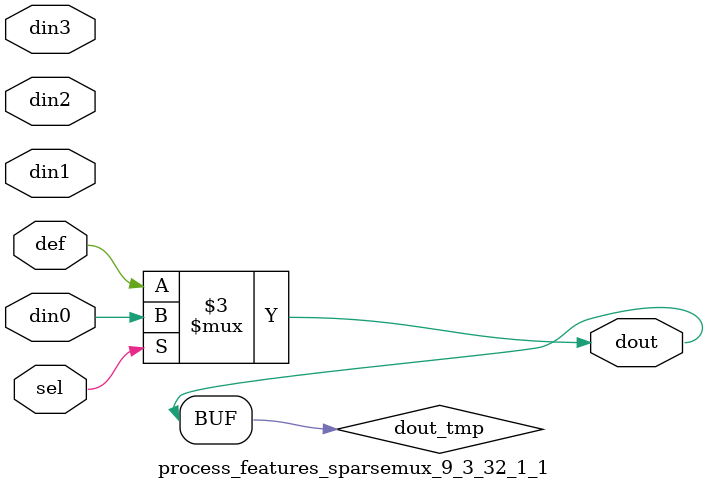
<source format=v>
`timescale 1ns / 1ps

module process_features_sparsemux_9_3_32_1_1 (din0,din1,din2,din3,def,sel,dout);

parameter din0_WIDTH = 1;

parameter din1_WIDTH = 1;

parameter din2_WIDTH = 1;

parameter din3_WIDTH = 1;

parameter def_WIDTH = 1;
parameter sel_WIDTH = 1;
parameter dout_WIDTH = 1;

parameter [sel_WIDTH-1:0] CASE0 = 1;

parameter [sel_WIDTH-1:0] CASE1 = 1;

parameter [sel_WIDTH-1:0] CASE2 = 1;

parameter [sel_WIDTH-1:0] CASE3 = 1;

parameter ID = 1;
parameter NUM_STAGE = 1;



input [din0_WIDTH-1:0] din0;

input [din1_WIDTH-1:0] din1;

input [din2_WIDTH-1:0] din2;

input [din3_WIDTH-1:0] din3;

input [def_WIDTH-1:0] def;
input [sel_WIDTH-1:0] sel;

output [dout_WIDTH-1:0] dout;



reg [dout_WIDTH-1:0] dout_tmp;


always @ (*) begin
(* parallel_case *) case (sel)
    
    CASE0 : dout_tmp = din0;
    
    CASE1 : dout_tmp = din1;
    
    CASE2 : dout_tmp = din2;
    
    CASE3 : dout_tmp = din3;
    
    default : dout_tmp = def;
endcase
end


assign dout = dout_tmp;



endmodule

</source>
